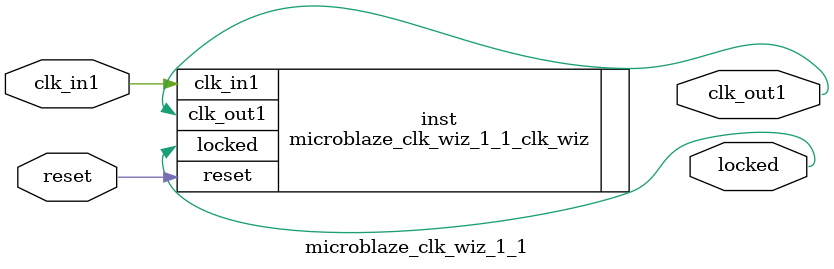
<source format=v>


`timescale 1ps/1ps

(* CORE_GENERATION_INFO = "microblaze_clk_wiz_1_1,clk_wiz_v6_0_12_0_0,{component_name=microblaze_clk_wiz_1_1,use_phase_alignment=true,use_min_o_jitter=false,use_max_i_jitter=false,use_dyn_phase_shift=false,use_inclk_switchover=false,use_dyn_reconfig=false,enable_axi=0,feedback_source=FDBK_AUTO,PRIMITIVE=MMCM,num_out_clk=1,clkin1_period=10.000,clkin2_period=10.000,use_power_down=false,use_reset=true,use_locked=true,use_inclk_stopped=false,feedback_type=SINGLE,CLOCK_MGR_TYPE=NA,manual_override=false}" *)

module microblaze_clk_wiz_1_1 
 (
  // Clock out ports
  output        clk_out1,
  // Status and control signals
  input         reset,
  output        locked,
 // Clock in ports
  input         clk_in1
 );

  microblaze_clk_wiz_1_1_clk_wiz inst
  (
  // Clock out ports  
  .clk_out1(clk_out1),
  // Status and control signals               
  .reset(reset), 
  .locked(locked),
 // Clock in ports
  .clk_in1(clk_in1)
  );

endmodule

</source>
